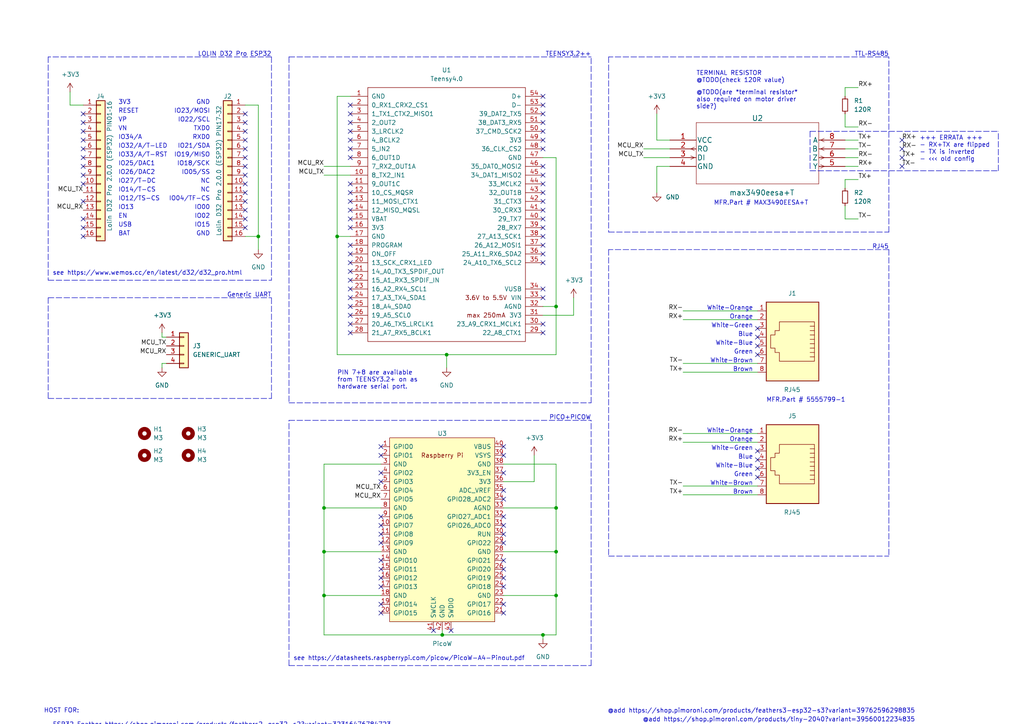
<source format=kicad_sch>
(kicad_sch (version 20211123) (generator eeschema)
  (paper "A4")
  (lib_symbols
    (symbol "Connector:RJ45" (pin_names (offset 1.016))
      (property "Reference" "J" (at -5.08 13.97 0))
      (property "Value" "RJ45" (at 2.54 13.97 0))
      (symbol "RJ45_0_1"
        (polyline (pts (xy -5.08 4.445) (xy -6.35 4.445)))
        (polyline (pts (xy -5.08 5.715) (xy -6.35 5.715)))
        (polyline (pts (xy -6.35 -3.175) (xy -5.08 -3.175) (xy -5.08 -3.175)))
        (polyline (pts (xy -6.35 -1.905) (xy -5.08 -1.905) (xy -5.08 -1.905)))
        (polyline (pts (xy -6.35 -0.635) (xy -5.08 -0.635) (xy -5.08 -0.635)))
        (polyline (pts (xy -6.35 0.635) (xy -5.08 0.635) (xy -5.08 0.635)))
        (polyline (pts (xy -6.35 1.905) (xy -5.08 1.905) (xy -5.08 1.905)))
        (polyline (pts (xy -5.08 3.175) (xy -6.35 3.175) (xy -6.35 3.175)))
        (polyline (pts (xy -6.35 -4.445) (xy -6.35 6.985) (xy 3.81 6.985) (xy 3.81 4.445) (xy 5.08 4.445) (xy 5.08 3.175) (xy 6.35 3.175) (xy 6.35 -0.635) (xy 5.08 -0.635) (xy 5.08 -1.905) (xy 3.81 -1.905) (xy 3.81 -4.445) (xy -6.35 -4.445) (xy -6.35 -4.445)))
        (rectangle (start 7.62 12.7) (end -7.62 -10.16) (stroke (width 0.254)) (fill (type background)))
      )
      (symbol "RJ45_1_1"
        (pin passive line (at 10.16 -7.62 180) (length 2.54) (name "~") (number "1"))
        (pin passive line (at 10.16 -5.08 180) (length 2.54) (name "~") (number "2"))
        (pin passive line (at 10.16 -2.54 180) (length 2.54) (name "~") (number "3"))
        (pin passive line (at 10.16 0 180) (length 2.54) (name "~") (number "4"))
        (pin passive line (at 10.16 2.54 180) (length 2.54) (name "~") (number "5"))
        (pin passive line (at 10.16 5.08 180) (length 2.54) (name "~") (number "6"))
        (pin passive line (at 10.16 7.62 180) (length 2.54) (name "~") (number "7"))
        (pin passive line (at 10.16 10.16 180) (length 2.54) (name "~") (number "8"))
      )
    )
    (symbol "Connector_Generic:Conn_01x04" (pin_names (offset 1.016) hide)
      (property "Reference" "J" (at 0 5.08 0))
      (property "Value" "Conn_01x04" (at 0 -7.62 0))
      (symbol "Conn_01x04_1_1"
        (rectangle (start -1.27 -4.953) (end 0 -5.207) (stroke (width 0.1524)))
        (rectangle (start -1.27 -2.413) (end 0 -2.667) (stroke (width 0.1524)))
        (rectangle (start -1.27 0.127) (end 0 -0.127) (stroke (width 0.1524)))
        (rectangle (start -1.27 2.667) (end 0 2.413) (stroke (width 0.1524)))
        (rectangle (start -1.27 3.81) (end 1.27 -6.35) (stroke (width 0.254)) (fill (type background)))
        (pin passive line (at -5.08 2.54 0) (length 3.81) (name "Pin_1") (number "1"))
        (pin passive line (at -5.08 0 0) (length 3.81) (name "Pin_2") (number "2"))
        (pin passive line (at -5.08 -2.54 0) (length 3.81) (name "Pin_3") (number "3"))
        (pin passive line (at -5.08 -5.08 0) (length 3.81) (name "Pin_4") (number "4"))
      )
    )
    (symbol "Connector_Generic:Conn_01x16" (pin_names (offset 1.016) hide)
      (property "Reference" "J" (at 0 20.32 0))
      (property "Value" "Conn_01x16" (at 0 -22.86 0))
      (symbol "Conn_01x16_1_1"
        (rectangle (start -1.27 -20.193) (end 0 -20.447) (stroke (width 0.1524)))
        (rectangle (start -1.27 -17.653) (end 0 -17.907) (stroke (width 0.1524)))
        (rectangle (start -1.27 -15.113) (end 0 -15.367) (stroke (width 0.1524)))
        (rectangle (start -1.27 -12.573) (end 0 -12.827) (stroke (width 0.1524)))
        (rectangle (start -1.27 -10.033) (end 0 -10.287) (stroke (width 0.1524)))
        (rectangle (start -1.27 -7.493) (end 0 -7.747) (stroke (width 0.1524)))
        (rectangle (start -1.27 -4.953) (end 0 -5.207) (stroke (width 0.1524)))
        (rectangle (start -1.27 -2.413) (end 0 -2.667) (stroke (width 0.1524)))
        (rectangle (start -1.27 0.127) (end 0 -0.127) (stroke (width 0.1524)))
        (rectangle (start -1.27 2.667) (end 0 2.413) (stroke (width 0.1524)))
        (rectangle (start -1.27 5.207) (end 0 4.953) (stroke (width 0.1524)))
        (rectangle (start -1.27 7.747) (end 0 7.493) (stroke (width 0.1524)))
        (rectangle (start -1.27 10.287) (end 0 10.033) (stroke (width 0.1524)))
        (rectangle (start -1.27 12.827) (end 0 12.573) (stroke (width 0.1524)))
        (rectangle (start -1.27 15.367) (end 0 15.113) (stroke (width 0.1524)))
        (rectangle (start -1.27 17.907) (end 0 17.653) (stroke (width 0.1524)))
        (rectangle (start -1.27 19.05) (end 1.27 -21.59) (stroke (width 0.254)) (fill (type background)))
        (pin passive line (at -5.08 17.78 0) (length 3.81) (name "Pin_1") (number "1"))
        (pin passive line (at -5.08 -5.08 0) (length 3.81) (name "Pin_10") (number "10"))
        (pin passive line (at -5.08 -7.62 0) (length 3.81) (name "Pin_11") (number "11"))
        (pin passive line (at -5.08 -10.16 0) (length 3.81) (name "Pin_12") (number "12"))
        (pin passive line (at -5.08 -12.7 0) (length 3.81) (name "Pin_13") (number "13"))
        (pin passive line (at -5.08 -15.24 0) (length 3.81) (name "Pin_14") (number "14"))
        (pin passive line (at -5.08 -17.78 0) (length 3.81) (name "Pin_15") (number "15"))
        (pin passive line (at -5.08 -20.32 0) (length 3.81) (name "Pin_16") (number "16"))
        (pin passive line (at -5.08 15.24 0) (length 3.81) (name "Pin_2") (number "2"))
        (pin passive line (at -5.08 12.7 0) (length 3.81) (name "Pin_3") (number "3"))
        (pin passive line (at -5.08 10.16 0) (length 3.81) (name "Pin_4") (number "4"))
        (pin passive line (at -5.08 7.62 0) (length 3.81) (name "Pin_5") (number "5"))
        (pin passive line (at -5.08 5.08 0) (length 3.81) (name "Pin_6") (number "6"))
        (pin passive line (at -5.08 2.54 0) (length 3.81) (name "Pin_7") (number "7"))
        (pin passive line (at -5.08 0 0) (length 3.81) (name "Pin_8") (number "8"))
        (pin passive line (at -5.08 -2.54 0) (length 3.81) (name "Pin_9") (number "9"))
      )
    )
    (symbol "Device:R_Small" (pin_numbers hide) (pin_names (offset 0.254) hide)
      (property "Reference" "R" (at 0.762 0.508 0))
      (property "Value" "R_Small" (at 0.762 -1.016 0))
      (symbol "R_Small_0_1"
        (rectangle (start -0.762 1.778) (end 0.762 -1.778) (stroke (width 0.2032)))
      )
      (symbol "R_Small_1_1"
        (pin passive line (at 0 2.54 270) (length 0.762) (name "~") (number "1"))
        (pin passive line (at 0 -2.54 90) (length 0.762) (name "~") (number "2"))
      )
    )
    (symbol "MAX3490EESA+T:max3490eesa+T" (pin_names (offset 0.254))
      (property "Reference" "U" (at 25.4 10.16 0))
      (property "Value" "max3490eesa+T" (at 25.4 7.62 0))
      (symbol "max3490eesa+T_1_1"
        (polyline (pts (xy 7.112 -5.08) (xy 6.0452 -5.588)) (stroke (width 0.127)))
        (polyline (pts (xy 7.112 -5.08) (xy 6.0452 -4.572)) (stroke (width 0.127)))
        (polyline (pts (xy 7.112 -3.048) (xy 6.0452 -2.54)) (stroke (width 0.127)))
        (polyline (pts (xy 7.112 -2.032) (xy 6.0452 -2.54)) (stroke (width 0.127)))
        (polyline (pts (xy 7.62 -12.7) (xy 43.18 -12.7)) (stroke (width 0.127)))
        (polyline (pts (xy 7.62 5.08) (xy 7.62 -12.7)) (stroke (width 0.127)))
        (polyline (pts (xy 43.18 -12.7) (xy 43.18 5.08)) (stroke (width 0.127)))
        (polyline (pts (xy 43.18 5.08) (xy 7.62 5.08)) (stroke (width 0.127)))
        (polyline (pts (xy 43.688 -8.128) (xy 44.7548 -7.62)) (stroke (width 0.127)))
        (polyline (pts (xy 43.688 -7.112) (xy 44.7548 -7.62)) (stroke (width 0.127)))
        (polyline (pts (xy 43.688 -5.588) (xy 44.7548 -5.08)) (stroke (width 0.127)))
        (polyline (pts (xy 43.688 -4.572) (xy 44.7548 -5.08)) (stroke (width 0.127)))
        (polyline (pts (xy 43.688 -2.54) (xy 44.7548 -3.048)) (stroke (width 0.127)))
        (polyline (pts (xy 43.688 -2.54) (xy 44.7548 -2.032)) (stroke (width 0.127)))
        (polyline (pts (xy 43.688 0) (xy 44.7548 -0.508)) (stroke (width 0.127)))
        (polyline (pts (xy 43.688 0) (xy 44.7548 0.508)) (stroke (width 0.127)))
        (pin power_in line (at 0 0 0) (length 7.62) (name "VCC") (number "1"))
        (pin output line (at 0 -2.54 0) (length 7.62) (name "RO") (number "2"))
        (pin input line (at 0 -5.08 0) (length 7.62) (name "DI") (number "3"))
        (pin power_in line (at 0 -7.62 0) (length 7.62) (name "GND") (number "4"))
        (pin output line (at 50.8 -7.62 180) (length 7.62) (name "Y") (number "5"))
        (pin output line (at 50.8 -5.08 180) (length 7.62) (name "Z") (number "6"))
        (pin input line (at 50.8 -2.54 180) (length 7.62) (name "B") (number "7"))
        (pin input line (at 50.8 0 180) (length 7.62) (name "A") (number "8"))
      )
    )
    (symbol "Mechanical:MountingHole" (pin_names (offset 1.016))
      (property "Reference" "H" (at 0 5.08 0))
      (property "Value" "MountingHole" (at 0 3.175 0))
      (symbol "MountingHole_0_1"
        (circle (center 0 0) (radius 1.27) (stroke (width 1.27)))
      )
    )
    (symbol "PicoW:PicoW" (pin_names (offset 1.016))
      (property "Reference" "U" (at -13.97 27.94 0))
      (property "Value" "PicoW" (at 0 19.05 0))
      (symbol "PicoW_0_0"
        (text "Raspberry Pi" (at 0 21.59 0) (effects (font (size 1.27 1.27))))
      )
      (symbol "PicoW_0_1"
        (rectangle (start -15.24 26.67) (end 15.24 -26.67) (fill (type background)))
      )
      (symbol "PicoW_1_1"
        (pin bidirectional line (at -17.78 24.13 0) (length 2.54) (name "GPIO0") (number "1"))
        (pin bidirectional line (at -17.78 1.27 0) (length 2.54) (name "GPIO7") (number "10"))
        (pin bidirectional line (at -17.78 -1.27 0) (length 2.54) (name "GPIO8") (number "11"))
        (pin bidirectional line (at -17.78 -3.81 0) (length 2.54) (name "GPIO9") (number "12"))
        (pin power_in line (at -17.78 -6.35 0) (length 2.54) (name "GND") (number "13"))
        (pin bidirectional line (at -17.78 -8.89 0) (length 2.54) (name "GPIO10") (number "14"))
        (pin bidirectional line (at -17.78 -11.43 0) (length 2.54) (name "GPIO11") (number "15"))
        (pin bidirectional line (at -17.78 -13.97 0) (length 2.54) (name "GPIO12") (number "16"))
        (pin bidirectional line (at -17.78 -16.51 0) (length 2.54) (name "GPIO13") (number "17"))
        (pin power_in line (at -17.78 -19.05 0) (length 2.54) (name "GND") (number "18"))
        (pin bidirectional line (at -17.78 -21.59 0) (length 2.54) (name "GPIO14") (number "19"))
        (pin bidirectional line (at -17.78 21.59 0) (length 2.54) (name "GPIO1") (number "2"))
        (pin bidirectional line (at -17.78 -24.13 0) (length 2.54) (name "GPIO15") (number "20"))
        (pin bidirectional line (at 17.78 -24.13 180) (length 2.54) (name "GPIO16") (number "21"))
        (pin bidirectional line (at 17.78 -21.59 180) (length 2.54) (name "GPIO17") (number "22"))
        (pin power_in line (at 17.78 -19.05 180) (length 2.54) (name "GND") (number "23"))
        (pin bidirectional line (at 17.78 -16.51 180) (length 2.54) (name "GPIO18") (number "24"))
        (pin bidirectional line (at 17.78 -13.97 180) (length 2.54) (name "GPIO19") (number "25"))
        (pin bidirectional line (at 17.78 -11.43 180) (length 2.54) (name "GPIO20") (number "26"))
        (pin bidirectional line (at 17.78 -8.89 180) (length 2.54) (name "GPIO21") (number "27"))
        (pin power_in line (at 17.78 -6.35 180) (length 2.54) (name "GND") (number "28"))
        (pin bidirectional line (at 17.78 -3.81 180) (length 2.54) (name "GPIO22") (number "29"))
        (pin power_in line (at -17.78 19.05 0) (length 2.54) (name "GND") (number "3"))
        (pin input line (at 17.78 -1.27 180) (length 2.54) (name "RUN") (number "30"))
        (pin bidirectional line (at 17.78 1.27 180) (length 2.54) (name "GPIO26_ADC0") (number "31"))
        (pin bidirectional line (at 17.78 3.81 180) (length 2.54) (name "GPIO27_ADC1") (number "32"))
        (pin power_in line (at 17.78 6.35 180) (length 2.54) (name "AGND") (number "33"))
        (pin bidirectional line (at 17.78 8.89 180) (length 2.54) (name "GPIO28_ADC2") (number "34"))
        (pin unspecified line (at 17.78 11.43 180) (length 2.54) (name "ADC_VREF") (number "35"))
        (pin unspecified line (at 17.78 13.97 180) (length 2.54) (name "3V3") (number "36"))
        (pin input line (at 17.78 16.51 180) (length 2.54) (name "3V3_EN") (number "37"))
        (pin bidirectional line (at 17.78 19.05 180) (length 2.54) (name "GND") (number "38"))
        (pin unspecified line (at 17.78 21.59 180) (length 2.54) (name "VSYS") (number "39"))
        (pin bidirectional line (at -17.78 16.51 0) (length 2.54) (name "GPIO2") (number "4"))
        (pin unspecified line (at 17.78 24.13 180) (length 2.54) (name "VBUS") (number "40"))
        (pin input line (at -2.54 -29.21 90) (length 2.54) (name "SWCLK") (number "41"))
        (pin power_in line (at 0 -29.21 90) (length 2.54) (name "GND") (number "42"))
        (pin bidirectional line (at 2.54 -29.21 90) (length 2.54) (name "SWDIO") (number "43"))
        (pin bidirectional line (at -17.78 13.97 0) (length 2.54) (name "GPIO3") (number "5"))
        (pin bidirectional line (at -17.78 11.43 0) (length 2.54) (name "GPIO4") (number "6"))
        (pin bidirectional line (at -17.78 8.89 0) (length 2.54) (name "GPIO5") (number "7"))
        (pin power_in line (at -17.78 6.35 0) (length 2.54) (name "GND") (number "8"))
        (pin bidirectional line (at -17.78 3.81 0) (length 2.54) (name "GPIO6") (number "9"))
      )
    )
    (symbol "power:+3V3" (power) (pin_names (offset 0))
      (property "Value" "+3V3" (at 0 3.556 0))
      (symbol "+3V3_0_1"
        (polyline (pts (xy -0.762 1.27) (xy 0 2.54)))
        (polyline (pts (xy 0 0) (xy 0 2.54)))
        (polyline (pts (xy 0 2.54) (xy 0.762 1.27)))
      )
      (symbol "+3V3_1_1"
        (pin power_in line (at 0 0 90) (length 0) hide (name "+3V3") (number "1"))
      )
    )
    (symbol "power:GND" (power) (pin_names (offset 0))
      (property "Value" "GND" (at 0 -3.81 0))
      (symbol "GND_0_1"
        (polyline (pts (xy 0 0) (xy 0 -1.27) (xy 1.27 -1.27) (xy 0 -2.54) (xy -1.27 -1.27) (xy 0 -1.27)))
      )
      (symbol "GND_1_1"
        (pin power_in line (at 0 0 270) (length 0) hide (name "GND") (number "1"))
      )
    )
    (symbol "teensy:Teensy4.0" (pin_names (offset 1.016))
      (property "Reference" "U1" (at 0 41.91 0))
      (property "Value" "Teensy4.0" (at 0 39.37 0))
      (symbol "Teensy4.0_0_0"
        (text "3.6V to 5.5V" (at 11.43 -24.13 0) (effects (font (size 1.27 1.27))))
        (text "max 250mA" (at 11.43 -29.21 0) (effects (font (size 1.27 1.27))))
        (pin bidirectional line (at -27.94 11.43 0) (length 5.08) (name "8_TX2_IN1") (number "10"))
        (pin bidirectional line (at -27.94 8.89 0) (length 5.08) (name "9_OUT1C") (number "11"))
        (pin bidirectional line (at -27.94 6.35 0) (length 5.08) (name "10_CS_MQSR") (number "12"))
        (pin bidirectional line (at -27.94 3.81 0) (length 5.08) (name "11_MOSI_CTX1") (number "13"))
        (pin bidirectional line (at -27.94 1.27 0) (length 5.08) (name "12_MISO_MQSL") (number "14"))
        (pin power_in line (at -27.94 -1.27 0) (length 5.08) (name "VBAT") (number "15"))
        (pin power_in line (at -27.94 -3.81 0) (length 5.08) (name "3V3") (number "16"))
        (pin power_in line (at -27.94 -6.35 0) (length 5.08) (name "GND") (number "17"))
        (pin input line (at -27.94 -8.89 0) (length 5.08) (name "PROGRAM") (number "18"))
        (pin input line (at -27.94 -11.43 0) (length 5.08) (name "ON_OFF") (number "19"))
        (pin bidirectional line (at -27.94 -13.97 0) (length 5.08) (name "13_SCK_CRX1_LED") (number "20"))
        (pin bidirectional line (at -27.94 -16.51 0) (length 5.08) (name "14_A0_TX3_SPDIF_OUT") (number "21"))
        (pin bidirectional line (at -27.94 -19.05 0) (length 5.08) (name "15_A1_RX3_SPDIF_IN") (number "22"))
        (pin bidirectional line (at -27.94 -21.59 0) (length 5.08) (name "16_A2_RX4_SCL1") (number "23"))
        (pin bidirectional line (at -27.94 -24.13 0) (length 5.08) (name "17_A3_TX4_SDA1") (number "24"))
        (pin bidirectional line (at -27.94 -26.67 0) (length 5.08) (name "18_A4_SDA0") (number "25"))
        (pin bidirectional line (at -27.94 -29.21 0) (length 5.08) (name "19_A5_SCL0") (number "26"))
        (pin bidirectional line (at -27.94 -31.75 0) (length 5.08) (name "20_A6_TX5_LRCLK1") (number "27"))
        (pin bidirectional line (at -27.94 -34.29 0) (length 5.08) (name "21_A7_RX5_BCLK1") (number "28"))
        (pin bidirectional line (at 27.94 -34.29 180) (length 5.08) (name "22_A8_CTX1") (number "29"))
        (pin bidirectional line (at 27.94 -31.75 180) (length 5.08) (name "23_A9_CRX1_MCLK1") (number "30"))
        (pin power_out line (at 27.94 -29.21 180) (length 5.08) (name "3V3") (number "31"))
        (pin power_in line (at 27.94 -26.67 180) (length 5.08) (name "AGND") (number "32"))
        (pin power_in line (at 27.94 -24.13 180) (length 5.08) (name "VIN") (number "33"))
        (pin power_out line (at 27.94 -21.59 180) (length 5.08) (name "VUSB") (number "34"))
        (pin bidirectional line (at 27.94 -13.97 180) (length 5.08) (name "24_A10_TX6_SCL2") (number "35"))
        (pin bidirectional line (at 27.94 -11.43 180) (length 5.08) (name "25_A11_RX6_SDA2") (number "36"))
        (pin bidirectional line (at 27.94 -8.89 180) (length 5.08) (name "26_A12_MOSI1") (number "37"))
        (pin bidirectional line (at 27.94 -6.35 180) (length 5.08) (name "27_A13_SCK1") (number "38"))
        (pin bidirectional line (at 27.94 -3.81 180) (length 5.08) (name "28_RX7") (number "39"))
        (pin bidirectional line (at 27.94 -1.27 180) (length 5.08) (name "29_TX7") (number "40"))
        (pin bidirectional line (at 27.94 1.27 180) (length 5.08) (name "30_CRX3") (number "41"))
        (pin bidirectional line (at 27.94 3.81 180) (length 5.08) (name "31_CTX3") (number "42"))
        (pin bidirectional line (at 27.94 6.35 180) (length 5.08) (name "32_OUT1B") (number "43"))
        (pin bidirectional line (at 27.94 8.89 180) (length 5.08) (name "33_MCLK2") (number "44"))
        (pin bidirectional line (at 27.94 11.43 180) (length 5.08) (name "34_DAT1_MISO2") (number "45"))
        (pin bidirectional line (at 27.94 13.97 180) (length 5.08) (name "35_DAT0_MOSI2") (number "46"))
        (pin power_out line (at 27.94 16.51 180) (length 5.08) (name "GND") (number "47"))
        (pin bidirectional line (at 27.94 19.05 180) (length 5.08) (name "36_CLK_CS2") (number "48"))
        (pin power_out line (at 27.94 21.59 180) (length 5.08) (name "3V3") (number "49"))
        (pin bidirectional line (at -27.94 24.13 0) (length 5.08) (name "3_LRCLK2") (number "5"))
        (pin bidirectional line (at 27.94 24.13 180) (length 5.08) (name "37_CMD_SCK2") (number "50"))
        (pin bidirectional line (at 27.94 26.67 180) (length 5.08) (name "38_DAT3_RX5") (number "51"))
        (pin bidirectional line (at 27.94 29.21 180) (length 5.08) (name "39_DAT2_TX5") (number "52"))
        (pin bidirectional line (at 27.94 31.75 180) (length 5.08) (name "D-") (number "53"))
        (pin bidirectional line (at 27.94 34.29 180) (length 5.08) (name "D+") (number "54"))
        (pin bidirectional line (at -27.94 21.59 0) (length 5.08) (name "4_BCLK2") (number "6"))
        (pin bidirectional line (at -27.94 19.05 0) (length 5.08) (name "5_IN2") (number "7"))
        (pin bidirectional line (at -27.94 16.51 0) (length 5.08) (name "6_OUT1D") (number "8"))
        (pin bidirectional line (at -27.94 13.97 0) (length 5.08) (name "7_RX2_OUT1A") (number "9"))
      )
      (symbol "Teensy4.0_0_1"
        (rectangle (start -22.86 36.83) (end 22.86 -36.83))
        (rectangle (start -20.32 -31.75) (end -20.32 -31.75))
      )
      (symbol "Teensy4.0_1_1"
        (pin power_in line (at -27.94 34.29 0) (length 5.08) (name "GND") (number "1"))
        (pin bidirectional line (at -27.94 31.75 0) (length 5.08) (name "0_RX1_CRX2_CS1") (number "2"))
        (pin bidirectional line (at -27.94 29.21 0) (length 5.08) (name "1_TX1_CTX2_MISO1") (number "3"))
        (pin bidirectional line (at -27.94 26.67 0) (length 5.08) (name "2_OUT2") (number "4"))
      )
    )
  )
  (junction (at 93.98 160.02))
  (junction (at 74.93 68.58))
  (junction (at 97.79 68.58))
  (junction (at 128.27 184.15))
  (junction (at 157.48 184.15))
  (junction (at 93.98 147.32))
  (junction (at 161.29 88.9))
  (junction (at 161.29 160.02))
  (junction (at 161.29 172.72))
  (junction (at 129.54 102.87))
  (junction (at 93.98 172.72))
  (junction (at 161.29 147.32))
  (no_connect (at 146.05 175.26))
  (no_connect (at 157.48 33.02))
  (no_connect (at 71.12 43.18))
  (no_connect (at 110.49 149.86))
  (no_connect (at 71.12 50.8))
  (no_connect (at 157.48 30.48))
  (no_connect (at 24.13 45.72))
  (no_connect (at 110.49 152.4))
  (no_connect (at 110.49 139.7))
  (no_connect (at 24.13 43.18))
  (no_connect (at 146.05 177.8))
  (no_connect (at 101.6 63.5))
  (no_connect (at 157.48 96.52))
  (no_connect (at 157.48 43.18))
  (no_connect (at 71.12 58.42))
  (no_connect (at 219.71 130.81))
  (no_connect (at 157.48 53.34))
  (no_connect (at 71.12 60.96))
  (no_connect (at 101.6 33.02))
  (no_connect (at 101.6 83.82))
  (no_connect (at 157.48 50.8))
  (no_connect (at 110.49 177.8))
  (no_connect (at 101.6 53.34))
  (no_connect (at 157.48 38.1))
  (no_connect (at 101.6 73.66))
  (no_connect (at 219.71 135.89))
  (no_connect (at 24.13 53.34))
  (no_connect (at 101.6 93.98))
  (no_connect (at 219.71 102.87))
  (no_connect (at 261.62 40.64))
  (no_connect (at 101.6 81.28))
  (no_connect (at 146.05 144.78))
  (no_connect (at 71.12 38.1))
  (no_connect (at 101.6 55.88))
  (no_connect (at 110.49 175.26))
  (no_connect (at 219.71 133.35))
  (no_connect (at 110.49 137.16))
  (no_connect (at 71.12 48.26))
  (no_connect (at 157.48 35.56))
  (no_connect (at 101.6 40.64))
  (no_connect (at 71.12 66.04))
  (no_connect (at 261.62 45.72))
  (no_connect (at 101.6 86.36))
  (no_connect (at 110.49 132.08))
  (no_connect (at 157.48 83.82))
  (no_connect (at 71.12 40.64))
  (no_connect (at 71.12 45.72))
  (no_connect (at 146.05 149.86))
  (no_connect (at 157.48 27.94))
  (no_connect (at 157.48 66.04))
  (no_connect (at 101.6 58.42))
  (no_connect (at 110.49 162.56))
  (no_connect (at 110.49 129.54))
  (no_connect (at 219.71 95.25))
  (no_connect (at 125.73 182.88))
  (no_connect (at 130.81 182.88))
  (no_connect (at 110.49 165.1))
  (no_connect (at 146.05 162.56))
  (no_connect (at 146.05 152.4))
  (no_connect (at 146.05 165.1))
  (no_connect (at 101.6 35.56))
  (no_connect (at 71.12 63.5))
  (no_connect (at 110.49 167.64))
  (no_connect (at 146.05 167.64))
  (no_connect (at 261.62 43.18))
  (no_connect (at 24.13 35.56))
  (no_connect (at 219.71 97.79))
  (no_connect (at 101.6 96.52))
  (no_connect (at 157.48 58.42))
  (no_connect (at 157.48 76.2))
  (no_connect (at 101.6 91.44))
  (no_connect (at 24.13 66.04))
  (no_connect (at 157.48 55.88))
  (no_connect (at 110.49 154.94))
  (no_connect (at 71.12 55.88))
  (no_connect (at 146.05 170.18))
  (no_connect (at 219.71 100.33))
  (no_connect (at 24.13 38.1))
  (no_connect (at 101.6 38.1))
  (no_connect (at 101.6 88.9))
  (no_connect (at 110.49 170.18))
  (no_connect (at 146.05 154.94))
  (no_connect (at 219.71 138.43))
  (no_connect (at 157.48 68.58))
  (no_connect (at 101.6 60.96))
  (no_connect (at 24.13 40.64))
  (no_connect (at 110.49 157.48))
  (no_connect (at 24.13 50.8))
  (no_connect (at 146.05 129.54))
  (no_connect (at 146.05 157.48))
  (no_connect (at 101.6 76.2))
  (no_connect (at 71.12 35.56))
  (no_connect (at 157.48 40.64))
  (no_connect (at 24.13 68.58))
  (no_connect (at 157.48 48.26))
  (no_connect (at 101.6 45.72))
  (no_connect (at 71.12 53.34))
  (no_connect (at 157.48 86.36))
  (no_connect (at 24.13 33.02))
  (no_connect (at 157.48 73.66))
  (no_connect (at 146.05 137.16))
  (no_connect (at 71.12 33.02))
  (no_connect (at 157.48 93.98))
  (no_connect (at 157.48 63.5))
  (no_connect (at 24.13 58.42))
  (no_connect (at 157.48 71.12))
  (no_connect (at 157.48 60.96))
  (no_connect (at 24.13 63.5))
  (no_connect (at 101.6 78.74))
  (no_connect (at 101.6 30.48))
  (no_connect (at 101.6 71.12))
  (no_connect (at 261.62 48.26))
  (no_connect (at 101.6 66.04))
  (no_connect (at 146.05 142.24))
  (no_connect (at 24.13 48.26))
  (no_connect (at 101.6 43.18))
  (no_connect (at 146.05 132.08))
  (wire (pts (xy 97.79 102.87) (xy 129.54 102.87)))
  (polyline (pts (xy 234.95 49.53) (xy 289.56 49.53)))
  (wire (pts (xy 46.99 105.41) (xy 46.99 106.68)))
  (polyline (pts (xy 13.97 81.28) (xy 78.74 81.28)))
  (wire (pts (xy 194.31 40.64) (xy 190.5 40.64)))
  (wire (pts (xy 245.11 27.94) (xy 245.11 25.4)))
  (wire (pts (xy 93.98 160.02) (xy 93.98 172.72)))
  (polyline (pts (xy 171.45 193.04) (xy 171.45 121.92)))
  (wire (pts (xy 71.12 68.58) (xy 74.93 68.58)))
  (wire (pts (xy 74.93 68.58) (xy 74.93 30.48)))
  (wire (pts (xy 161.29 147.32) (xy 161.29 160.02)))
  (wire (pts (xy 245.11 40.64) (xy 248.92 40.64)))
  (wire (pts (xy 146.05 134.62) (xy 161.29 134.62)))
  (polyline (pts (xy 257.81 67.31) (xy 257.81 16.51)))
  (polyline (pts (xy 13.97 115.57) (xy 78.74 115.57)))
  (polyline (pts (xy 83.82 16.51) (xy 171.45 16.51)))
  (wire (pts (xy 74.93 68.58) (xy 74.93 72.39)))
  (polyline (pts (xy 257.81 72.39) (xy 176.53 72.39)))
  (polyline (pts (xy 171.45 116.84) (xy 171.45 16.51)))
  (wire (pts (xy 146.05 172.72) (xy 161.29 172.72)))
  (wire (pts (xy 245.11 54.61) (xy 245.11 52.07)))
  (wire (pts (xy 190.5 48.26) (xy 190.5 55.88)))
  (wire (pts (xy 101.6 50.8) (xy 93.98 50.8)))
  (wire (pts (xy 146.05 160.02) (xy 161.29 160.02)))
  (wire (pts (xy 190.5 33.02) (xy 190.5 40.64)))
  (wire (pts (xy 245.11 52.07) (xy 248.92 52.07)))
  (wire (pts (xy 93.98 160.02) (xy 110.49 160.02)))
  (wire (pts (xy 101.6 48.26) (xy 93.98 48.26)))
  (wire (pts (xy 198.12 128.27) (xy 219.71 128.27)))
  (wire (pts (xy 93.98 172.72) (xy 93.98 184.15)))
  (wire (pts (xy 129.54 102.87) (xy 161.29 102.87)))
  (wire (pts (xy 146.05 147.32) (xy 161.29 147.32)))
  (wire (pts (xy 245.11 25.4) (xy 248.92 25.4)))
  (wire (pts (xy 46.99 96.52) (xy 46.99 97.79)))
  (polyline (pts (xy 83.82 193.04) (xy 171.45 193.04)))
  (polyline (pts (xy 78.74 115.57) (xy 78.74 86.36)))
  (wire (pts (xy 161.29 172.72) (xy 161.29 184.15)))
  (polyline (pts (xy 176.53 16.51) (xy 176.53 67.31)))
  (wire (pts (xy 48.26 105.41) (xy 46.99 105.41)))
  (wire (pts (xy 161.29 45.72) (xy 161.29 88.9)))
  (polyline (pts (xy 176.53 67.31) (xy 257.81 67.31)))
  (wire (pts (xy 128.27 184.15) (xy 157.48 184.15)))
  (wire (pts (xy 198.12 107.95) (xy 219.71 107.95)))
  (wire (pts (xy 93.98 172.72) (xy 110.49 172.72)))
  (wire (pts (xy 157.48 91.44) (xy 166.37 91.44)))
  (wire (pts (xy 93.98 134.62) (xy 93.98 147.32)))
  (wire (pts (xy 198.12 125.73) (xy 219.71 125.73)))
  (wire (pts (xy 93.98 147.32) (xy 110.49 147.32)))
  (wire (pts (xy 97.79 68.58) (xy 97.79 102.87)))
  (polyline (pts (xy 13.97 16.51) (xy 13.97 81.28)))
  (wire (pts (xy 161.29 88.9) (xy 161.29 102.87)))
  (polyline (pts (xy 176.53 72.39) (xy 176.53 161.29)))
  (wire (pts (xy 166.37 86.36) (xy 166.37 91.44)))
  (polyline (pts (xy 13.97 86.36) (xy 13.97 115.57)))
  (wire (pts (xy 245.11 43.18) (xy 248.92 43.18)))
  (polyline (pts (xy 257.81 72.39) (xy 257.81 161.29)))
  (wire (pts (xy 194.31 48.26) (xy 190.5 48.26)))
  (wire (pts (xy 128.27 182.88) (xy 128.27 184.15)))
  (wire (pts (xy 245.11 36.83) (xy 248.92 36.83)))
  (wire (pts (xy 161.29 160.02) (xy 161.29 172.72)))
  (wire (pts (xy 186.69 43.18) (xy 194.31 43.18)))
  (wire (pts (xy 157.48 184.15) (xy 157.48 185.42)))
  (wire (pts (xy 93.98 147.32) (xy 93.98 160.02)))
  (wire (pts (xy 129.54 102.87) (xy 129.54 106.68)))
  (wire (pts (xy 245.11 33.02) (xy 245.11 36.83)))
  (polyline (pts (xy 83.82 193.04) (xy 83.82 121.92)))
  (wire (pts (xy 20.32 26.67) (xy 20.32 30.48)))
  (wire (pts (xy 157.48 88.9) (xy 161.29 88.9)))
  (polyline (pts (xy 289.56 49.53) (xy 289.56 38.1)))
  (wire (pts (xy 154.94 132.08) (xy 154.94 139.7)))
  (wire (pts (xy 97.79 27.94) (xy 97.79 68.58)))
  (wire (pts (xy 186.69 45.72) (xy 194.31 45.72)))
  (polyline (pts (xy 234.95 38.1) (xy 289.56 38.1)))
  (wire (pts (xy 245.11 59.69) (xy 245.11 63.5)))
  (wire (pts (xy 245.11 63.5) (xy 248.92 63.5)))
  (wire (pts (xy 245.11 48.26) (xy 248.92 48.26)))
  (wire (pts (xy 110.49 134.62) (xy 93.98 134.62)))
  (wire (pts (xy 97.79 68.58) (xy 101.6 68.58)))
  (wire (pts (xy 74.93 30.48) (xy 71.12 30.48)))
  (polyline (pts (xy 13.97 86.36) (xy 78.74 86.36)))
  (polyline (pts (xy 78.74 16.51) (xy 13.97 16.51)))
  (wire (pts (xy 157.48 45.72) (xy 161.29 45.72)))
  (wire (pts (xy 198.12 140.97) (xy 219.71 140.97)))
  (wire (pts (xy 93.98 184.15) (xy 128.27 184.15)))
  (polyline (pts (xy 257.81 16.51) (xy 176.53 16.51)))
  (wire (pts (xy 198.12 90.17) (xy 219.71 90.17)))
  (polyline (pts (xy 83.82 116.84) (xy 171.45 116.84)))
  (wire (pts (xy 157.48 184.15) (xy 161.29 184.15)))
  (wire (pts (xy 20.32 30.48) (xy 24.13 30.48)))
  (polyline (pts (xy 83.82 121.92) (xy 171.45 121.92)))
  (wire (pts (xy 245.11 45.72) (xy 248.92 45.72)))
  (wire (pts (xy 146.05 139.7) (xy 154.94 139.7)))
  (wire (pts (xy 198.12 105.41) (xy 219.71 105.41)))
  (wire (pts (xy 198.12 143.51) (xy 219.71 143.51)))
  (polyline (pts (xy 83.82 16.51) (xy 83.82 116.84)))
  (polyline (pts (xy 176.53 161.29) (xy 257.81 161.29)))
  (polyline (pts (xy 234.95 38.1) (xy 234.95 49.53)))
  (wire (pts (xy 97.79 27.94) (xy 101.6 27.94)))
  (polyline (pts (xy 78.74 16.51) (xy 78.74 81.28)))
  (wire (pts (xy 161.29 134.62) (xy 161.29 147.32)))
  (wire (pts (xy 198.12 92.71) (xy 219.71 92.71)))
  (wire (pts (xy 46.99 97.79) (xy 48.26 97.79)))
  (text "Brown" (at 218.44 143.51 180) (effects (font (size 1.27 1.27)) (justify right bottom)))
  (text "IO34/A" (at 34.29 40.64 0) (effects (font (size 1.27 1.27)) (justify left bottom)))
  (text "IO19/MISO" (at 60.96 45.72 180) (effects (font (size 1.27 1.27)) (justify right bottom)))
  (text "Orange" (at 218.44 92.71 180) (effects (font (size 1.27 1.27)) (justify right bottom)))
  (text "White-Blue" (at 218.44 100.33 180) (effects (font (size 1.27 1.27)) (justify right bottom)))
  (text "HOST FOR:\n\n- ESP32 Feather https://shop.pimoroni.com/products/feathers2-esp32-s2?variant=32316476784723\n- Teensy 3.2+\n- Tiny 2040\n- RPI Pico" (at 12.7 217.17 0) (effects (font (size 1.27 1.27)) (justify left bottom)))
  (text "Green" (at 218.44 102.87 180) (effects (font (size 1.27 1.27)) (justify right bottom)))
  (text "BAT" (at 34.29 68.58 0) (effects (font (size 1.27 1.27)) (justify left bottom)))
  (text "RESET" (at 34.29 33.02 0) (effects (font (size 1.27 1.27)) (justify left bottom)))
  (text "IO12/TS-CS" (at 34.29 58.42 0) (effects (font (size 1.27 1.27)) (justify left bottom)))
  (text "White-Brown" (at 218.44 140.97 180) (effects (font (size 1.27 1.27)) (justify right bottom)))
  (text "VP" (at 34.29 35.56 0) (effects (font (size 1.27 1.27)) (justify left bottom)))
  (text "IO33/A/T-RST" (at 34.29 45.72 0) (effects (font (size 1.27 1.27)) (justify left bottom)))
  (text "IO32/A/T-LED" (at 34.29 43.18 0) (effects (font (size 1.27 1.27)) (justify left bottom)))
  (text "White-Orange" (at 218.44 90.17 180) (effects (font (size 1.27 1.27)) (justify right bottom)))
  (text "MFR.Part # 5555799-1" (at 222.25 116.84 0) (effects (font (size 1.27 1.27)) (justify left bottom)))
  (text "IO14/T-CS" (at 34.29 55.88 0) (effects (font (size 1.27 1.27)) (justify left bottom)))
  (text "3V3" (at 34.29 30.48 0) (effects (font (size 1.27 1.27)) (justify left bottom)))
  (text "PIN 7+8 are available\nfrom TEENSY3.2+ on as\nhardware serial port." (at 97.79 113.03 0) (effects (font (size 1.27 1.27)) (justify left bottom)))
  (text "ETHERNET via:\n\n- Teensy 4.1 via Ethernet Kit for Teensy 4.1 https://www.pjrc.com/store/ethernet_kit.html\n- ESP32 via ESP32 Adafruit Ethernet FeatherWing https://shop.pimoroni.com/products/adafruit-ethernet-featherwing?variant=27079000007\n- Tiny 2040 ???\n- RPI Pico via WIZnet Ethernet HAT https://shop.pimoroni.com/products/wiznet-ethernet-hat?variant=39530105634899" (at 12.7 232.41 0) (effects (font (size 1.27 1.27)) (justify left bottom)))
  (text "IO23/MOSI" (at 60.96 33.02 180) (effects (font (size 1.27 1.27)) (justify right bottom)))
  (text "+++ ERRATA +++\n- RX+TX are flipped\n- TX is inverted\n- ‹‹‹ old config" (at 266.7 46.99 0) (effects (font (size 1.27 1.27)) (justify left bottom)))
  (text "Blue" (at 218.44 97.79 180) (effects (font (size 1.27 1.27)) (justify right bottom)))
  (text "@TODO(are *terminal resistor* \nalso required on motor driver \nside?)" (at 201.93 31.75 0) (effects (font (size 1.27 1.27)) (justify left bottom)))
  (text "White-Orange" (at 218.44 125.73 180) (effects (font (size 1.27 1.27)) (justify right bottom)))
  (text "TTL–RS485" (at 257.81 16.51 180) (effects (font (size 1.27 1.27)) (justify right bottom)))
  (text "IO18/SCK" (at 60.96 48.26 180) (effects (font (size 1.27 1.27)) (justify right bottom)))
  (text "IO13" (at 34.29 60.96 0) (effects (font (size 1.27 1.27)) (justify left bottom)))
  (text "MFR.Part # MAX3490EESA+T" (at 207.01 59.69 0) (effects (font (size 1.27 1.27)) (justify left bottom)))
  (text "RXD0" (at 60.96 40.64 180) (effects (font (size 1.27 1.27)) (justify right bottom)))
  (text "VN" (at 34.29 38.1 0) (effects (font (size 1.27 1.27)) (justify left bottom)))
  (text "IO26/DAC2" (at 34.29 50.8 0) (effects (font (size 1.27 1.27)) (justify left bottom)))
  (text "IO22/SCL" (at 60.96 35.56 180) (effects (font (size 1.27 1.27)) (justify right bottom)))
  (text "EN" (at 34.29 63.5 0) (effects (font (size 1.27 1.27)) (justify left bottom)))
  (text "TEENSY3.2++" (at 171.45 16.51 180) (effects (font (size 1.27 1.27)) (justify right bottom)))
  (text "IO21/SDA" (at 60.96 43.18 180) (effects (font (size 1.27 1.27)) (justify right bottom)))
  (text "White-Green" (at 218.44 130.81 180) (effects (font (size 1.27 1.27)) (justify right bottom)))
  (text "White-Brown" (at 218.44 105.41 180) (effects (font (size 1.27 1.27)) (justify right bottom)))
  (text "TERMINAL RESISTOR\n@TODO(check 120R value)" (at 201.93 24.13 0) (effects (font (size 1.27 1.27)) (justify left bottom)))
  (text "IO00" (at 60.96 60.96 180) (effects (font (size 1.27 1.27)) (justify right bottom)))
  (text "IO02" (at 60.96 63.5 180) (effects (font (size 1.27 1.27)) (justify right bottom)))
  (text "see https://www.wemos.cc/en/latest/d32/d32_pro.html" (at 15.24 80.01 0) (effects (font (size 1.27 1.27)) (justify left bottom)))
  (text "IO05/SS" (at 60.96 50.8 180) (effects (font (size 1.27 1.27)) (justify right bottom)))
  (text "IO25/DAC1" (at 34.29 48.26 0) (effects (font (size 1.27 1.27)) (justify left bottom)))
  (text "USB" (at 34.29 66.04 0) (effects (font (size 1.27 1.27)) (justify left bottom)))
  (text "Green" (at 218.44 138.43 180) (effects (font (size 1.27 1.27)) (justify right bottom)))
  (text "IO15" (at 60.96 66.04 180) (effects (font (size 1.27 1.27)) (justify right bottom)))
  (text "see https://datasheets.raspberrypi.com/picow/PicoW-A4-Pinout.pdf" (at 85.09 191.77 0) (effects (font (size 1.27 1.27)) (justify left bottom)))
  (text "PICO+PICOW" (at 171.45 121.92 180) (effects (font (size 1.27 1.27)) (justify right bottom)))
  (text "Brown" (at 218.44 107.95 180) (effects (font (size 1.27 1.27)) (justify right bottom)))
  (text "White-Green" (at 218.44 95.25 180) (effects (font (size 1.27 1.27)) (justify right bottom)))
  (text "IO04/TF-CS" (at 60.96 58.42 180) (effects (font (size 1.27 1.27)) (justify right bottom)))
  (text "GND" (at 60.96 30.48 180) (effects (font (size 1.27 1.27)) (justify right bottom)))
  (text "NC" (at 60.96 53.34 180) (effects (font (size 1.27 1.27)) (justify right bottom)))
  (text "@add https://shop.pimoroni.com/products/feathers3-esp32-s3?variant=39762596298835" (at 265.43 207.01 0) (effects (font (size 1.27 1.27)) (justify right bottom)))
  (text "NC" (at 60.96 55.88 180) (effects (font (size 1.27 1.27)) (justify right bottom)))
  (text "Generic UART" (at 78.74 86.36 180) (effects (font (size 1.27 1.27)) (justify right bottom)))
  (text "GND" (at 60.96 68.58 180) (effects (font (size 1.27 1.27)) (justify right bottom)))
  (text "Blue" (at 218.44 133.35 180) (effects (font (size 1.27 1.27)) (justify right bottom)))
  (text "@add https://shop.pimoroni.com/products/tiny-2040?variant=39560012234835" (at 265.43 209.55 0) (effects (font (size 1.27 1.27)) (justify right bottom)))
  (text "RJ45" (at 257.81 72.39 180) (effects (font (size 1.27 1.27)) (justify right bottom)))
  (text "TXD0" (at 60.96 38.1 180) (effects (font (size 1.27 1.27)) (justify right bottom)))
  (text "LOLIN D32 Pro ESP32" (at 78.74 16.51 180) (effects (font (size 1.27 1.27)) (justify right bottom)))
  (text "White-Blue" (at 218.44 135.89 180) (effects (font (size 1.27 1.27)) (justify right bottom)))
  (text "IO27/T-DC" (at 34.29 53.34 0) (effects (font (size 1.27 1.27)) (justify left bottom)))
  (text "Orange" (at 218.44 128.27 180) (effects (font (size 1.27 1.27)) (justify right bottom)))
  (label "TX+" (at 261.62 45.72 0))
  (label "MCU_RX" (at 110.49 144.78 180))
  (label "MCU_RX" (at 93.98 48.26 180))
  (label "TX+" (at 198.12 143.51 180))
  (label "RX+" (at 198.12 128.27 180))
  (label "TX-" (at 248.92 43.18 0))
  (label "RX+" (at 248.92 25.4 0))
  (label "TX-" (at 198.12 140.97 180))
  (label "MCU_TX" (at 93.98 50.8 180))
  (label "RX-" (at 198.12 90.17 180))
  (label "MCU_TX" (at 186.69 45.72 180))
  (label "MCU_TX" (at 110.49 142.24 180))
  (label "TX-" (at 248.92 63.5 0))
  (label "TX-" (at 261.62 48.26 0))
  (label "RX+" (at 248.92 48.26 0))
  (label "MCU_TX" (at 24.13 55.88 180))
  (label "MCU_TX" (at 48.26 100.33 180))
  (label "TX-" (at 198.12 105.41 180))
  (label "TX+" (at 248.92 40.64 0))
  (label "MCU_RX" (at 186.69 43.18 180))
  (label "MCU_RX" (at 48.26 102.87 180))
  (label "RX-" (at 248.92 45.72 0))
  (label "RX+" (at 198.12 92.71 180))
  (label "RX-" (at 261.62 43.18 0))
  (label "MCU_RX" (at 24.13 60.96 180))
  (label "RX-" (at 248.92 36.83 0))
  (label "RX+" (at 261.62 40.64 0))
  (label "RX-" (at 198.12 125.73 180))
  (label "TX+" (at 248.92 52.07 0))
  (label "TX+" (at 198.12 107.95 180))
  (symbol (lib_id "Device:R_Small") (at 245.11 57.15 0) (unit 1)
    (property "Reference" "R2" (at 247.65 55.8799 0) (effects (justify left)))
    (property "Value" "120R" (at 247.65 58.4199 0) (effects (justify left)))
    (property "Footprint" "Resistor_SMD:R_0805_2012Metric_Pad1.20x1.40mm_HandSolder" (effects hide))
    (property "LCSC" "C114244" (effects hide))
  )
  (symbol (lib_id "Connector:RJ45") (at 229.87 133.35 180) (unit 1)
    (property "Reference" "J5" (at 228.6 120.65 0) (effects (justify right)))
    (property "Value" "RJ45" (at 227.33 148.59 0) (effects (justify right)))
    (property "Footprint" "Connector_RJ:RJ45_OST_PJ012-8P8CX_Vertical" (effects hide))
    (property "LCSC" "C305983" (effects hide))
  )
  (symbol (lib_id "Mechanical:MountingHole") (at 54.61 125.73 0) (unit 1)
    (property "Reference" "H3" (at 57.15 124.4599 0) (effects (justify left)))
    (property "Value" "M3" (at 57.15 126.9999 0) (effects (justify left)))
    (property "Footprint" "MountingHole:MountingHole_3.2mm_M3" (effects hide))
    (property "LCSC" "DNF" (effects hide))
  )
  (symbol (lib_id "teensy:Teensy4.0") (at 129.54 62.23 0) (unit 1)
    (property "Reference" "U1" (at 129.54 20.32 0))
    (property "Value" "Teensy4.0" (at 129.54 22.86 0))
    (property "Footprint" "TEENSY:Teensy40" (effects hide))
    (property "LCSC" "DNF" (effects hide))
  )
  (symbol (lib_id "Mechanical:MountingHole") (at 54.61 132.08 0) (unit 1)
    (property "Reference" "H4" (at 57.15 130.8099 0) (effects (justify left)))
    (property "Value" "M3" (at 57.15 133.3499 0) (effects (justify left)))
    (property "Footprint" "MountingHole:MountingHole_3.2mm_M3" (effects hide))
    (property "LCSC" "DNF" (effects hide))
  )
  (symbol (lib_id "Connector:RJ45") (at 229.87 97.79 180) (unit 1)
    (property "Reference" "J1" (at 228.6 85.09 0) (effects (justify right)))
    (property "Value" "RJ45" (at 227.33 113.03 0) (effects (justify right)))
    (property "Footprint" "Connector_RJ:RJ45_OST_PJ012-8P8CX_Vertical" (effects hide))
    (property "LCSC" "C305983" (effects hide))
  )
  (symbol (lib_id "Device:R_Small") (at 245.11 30.48 0) (unit 1)
    (property "Reference" "R1" (at 247.65 29.2099 0) (effects (justify left)))
    (property "Value" "120R" (at 247.65 31.7499 0) (effects (justify left)))
    (property "Footprint" "Resistor_SMD:R_0805_2012Metric_Pad1.20x1.40mm_HandSolder" (effects hide))
    (property "LCSC" "C114244" (effects hide))
  )
  (symbol (lib_id "Connector_Generic:Conn_01x16") (at 66.04 48.26 0) (mirror y) (unit 1)
    (property "Reference" "J2" (at 66.04 27.94 0))
    (property "Value" "Lolin D32 Pro 2.0.0 (ESP32) PIN17–32" (at 63.5 49.53 90))
    (property "Footprint" "Connector_PinSocket_2.54mm:PinSocket_1x16_P2.54mm_Vertical" (effects hide))
    (property "LCSC" "DNF" (effects hide))
  )
  (symbol (lib_id "MAX3490EESA+T:max3490eesa+T") (at 194.31 40.64 0) (unit 1)
    (property "Reference" "U2" (at 219.71 34.29 0) (effects (font (size 1.524 1.524))))
    (property "Value" "max3490eesa+T" (at 220.98 55.88 0) (effects (font (size 1.524 1.524))))
    (property "Footprint" "Package_SO:SOIC-8_3.9x4.9mm_P1.27mm" (effects hide))
    (property "LCSC" "C23404" (effects hide))
  )
  (symbol (lib_id "power:GND") (at 157.48 185.42 0) (mirror y) (unit 1)
    (property "Reference" "#PWR0109" (effects hide))
    (property "Value" "GND" (at 157.48 190.5 0))
  )
  (symbol (lib_id "power:+3V3") (at 20.32 26.67 0) (unit 1)
    (property "Reference" "#PWR0107" (effects hide))
    (property "Value" "+3V3" (at 17.78 21.59 0) (effects (justify left)))
  )
  (symbol (lib_id "power:GND") (at 129.54 106.68 0) (mirror y) (unit 1)
    (property "Reference" "#PWR0105" (effects hide))
    (property "Value" "GND" (at 129.54 111.76 0))
  )
  (symbol (lib_id "Mechanical:MountingHole") (at 41.91 132.08 0) (unit 1)
    (property "Reference" "H2" (at 44.45 130.8099 0) (effects (justify left)))
    (property "Value" "M3" (at 44.45 133.3499 0) (effects (justify left)))
    (property "Footprint" "MountingHole:MountingHole_3.2mm_M3" (effects hide))
    (property "LCSC" "DNF" (effects hide))
  )
  (symbol (lib_id "power:+3V3") (at 166.37 86.36 0) (unit 1)
    (property "Reference" "#PWR0104" (effects hide))
    (property "Value" "+3V3" (at 163.83 81.28 0) (effects (justify left)))
  )
  (symbol (lib_id "power:+3V3") (at 154.94 132.08 0) (unit 1)
    (property "Reference" "#PWR0110" (effects hide))
    (property "Value" "+3V3" (at 152.4 127 0) (effects (justify left)))
  )
  (symbol (lib_id "power:GND") (at 74.93 72.39 0) (mirror y) (unit 1)
    (property "Reference" "#PWR0108" (effects hide))
    (property "Value" "GND" (at 74.93 77.47 0))
  )
  (symbol (lib_id "PicoW:PicoW") (at 128.27 153.67 0) (unit 1)
    (property "Reference" "U3" (at 128.27 125.73 0))
    (property "Value" "PicoW" (at 128.27 186.69 0))
    (property "Footprint" "PicoW:RPi_PicoW_SMD_TH" (effects hide))
    (property "LCSC" "DNF" (effects hide))
  )
  (symbol (lib_id "power:+3V3") (at 46.99 96.52 0) (unit 1)
    (property "Reference" "#PWR0106" (effects hide))
    (property "Value" "+3V3" (at 44.45 91.44 0) (effects (justify left)))
  )
  (symbol (lib_id "power:+3V3") (at 190.5 33.02 0) (unit 1)
    (property "Reference" "#PWR0103" (effects hide))
    (property "Value" "+3V3" (at 190.5 27.94 0))
  )
  (symbol (lib_id "Mechanical:MountingHole") (at 41.91 125.73 0) (unit 1)
    (property "Reference" "H1" (at 44.45 124.4599 0) (effects (justify left)))
    (property "Value" "M3" (at 44.45 126.9999 0) (effects (justify left)))
    (property "Footprint" "MountingHole:MountingHole_3.2mm_M3" (effects hide))
    (property "LCSC" "DNF" (effects hide))
  )
  (symbol (lib_id "power:GND") (at 46.99 106.68 0) (mirror y) (unit 1)
    (property "Reference" "#PWR0101" (effects hide))
    (property "Value" "GND" (at 46.99 111.76 0))
  )
  (symbol (lib_id "Connector_Generic:Conn_01x04") (at 53.34 100.33 0) (unit 1)
    (property "Reference" "J3" (at 55.88 100.3299 0) (effects (justify left)))
    (property "Value" "GENERIC_UART" (at 55.88 102.8699 0) (effects (justify left)))
    (property "Footprint" "Connector_Molex:Molex_Nano-Fit_105313-xx04_1x04_P2.50mm_Horizontal" (effects hide))
    (property "LCSC" "DNF" (effects hide))
  )
  (symbol (lib_id "Connector_Generic:Conn_01x16") (at 29.21 48.26 0) (unit 1)
    (property "Reference" "J4" (at 27.94 27.94 0) (effects (justify left)))
    (property "Value" "Lolin D32 Pro 2.0.0 (ESP32) PIN01–16" (at 31.75 29.21 90) (effects (justify right)))
    (property "Footprint" "Connector_PinSocket_2.54mm:PinSocket_1x16_P2.54mm_Vertical" (effects hide))
    (property "LCSC" "DNF" (effects hide))
  )
  (symbol (lib_id "power:GND") (at 190.5 55.88 0) (unit 1)
    (property "Reference" "#PWR0102" (effects hide))
    (property "Value" "GND" (at 193.04 57.1499 0) (effects (justify left)))
  )
)
</source>
